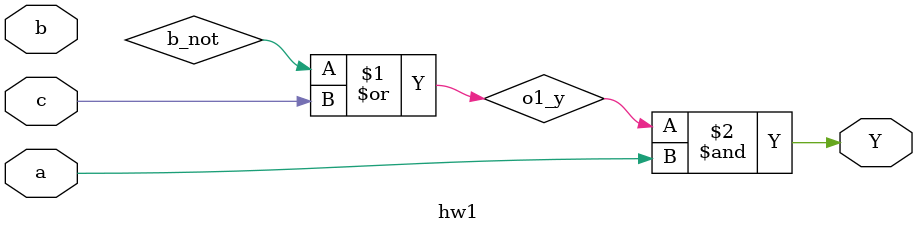
<source format=v>
module hw1(input a, input b, input c, output Y);
    wire b_not, o1_y;

    not inv (b, b_not); //not b
    or o1 (o1_y, b_not, c); //(not b) OR c
    and o2 (Y, o1_y, a); // a AND ((not b) OR c)

    //assign Y = a & (!b + c)

endmodule
</source>
